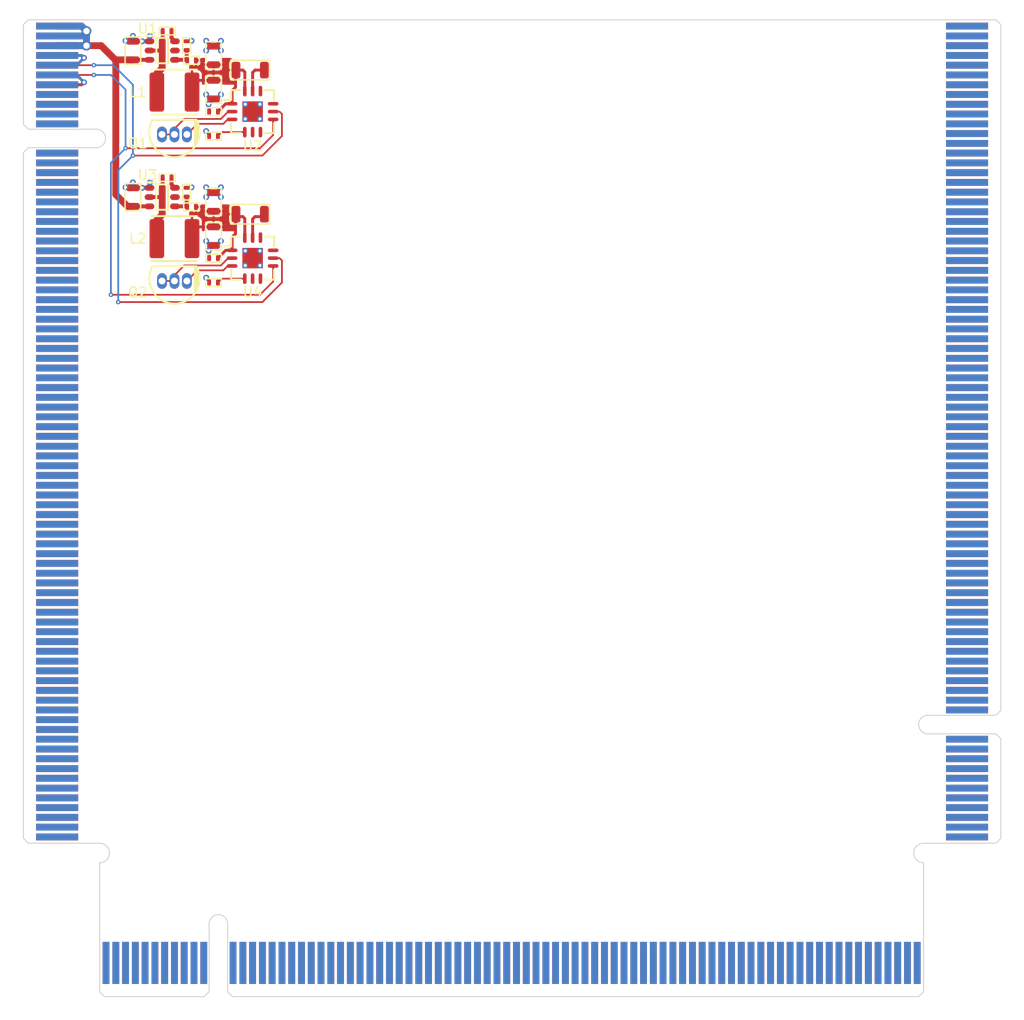
<source format=kicad_pcb>
(kicad_pcb (version 20211014) (generator pcbnew)
  (layers (0 "F.Cu" signal) (1 "In1.Cu" signal) (2 "In2.Cu" signal) (31 "B.Cu" signal) (34 "B.Paste" user) (35 "F.Paste" user) (36 "B.SilkS" user "B.Silkscreen") (37 "F.SilkS" user "F.Silkscreen") (38 "B.Mask" user) (39 "F.Mask" user) (44 "Edge.Cuts" user))
  (net 0 "")
  (net 1 "+12V")
  (net 2 "Net-(C2-Pad1)")
  (net 3 "/SW3v3")
  (net 4 "GND")
  (net 5 "/3v3")
  (net 6 "Net-(C7-Pad1)")
  (net 7 "/SW5v0")
  (net 83 "/5v0")
  (net 84 "/~{RESET}od")
  (net 85 "/SCL")
  (net 86 "/SDA")
  (net 87 "Net-(Q1-Pad1)")
  (net 491 "Net-(Q1-Pad2)")
  (net 492 "Net-(Q2-Pad1)")
  (net 493 "Net-(Q2-Pad2)")
  (net 494 "Net-(R1-Pad2)")
  (net 495 "Net-(R3-Pad1)")
  (net 496 "VCC")
  (net 497 "Net-(R5-Pad2)")
  (net 498 "Net-(R7-Pad1)")
  (net 499 "+5V")
  (footprint "footprints:U_QFN-12_4x4_P0.8_EP2.1x2.1" (layer "F.Cu") (at 37 37.75)
    (fp_text reference "U4")
    (fp_text value "EMC1702")
  )
  (footprint "footprints:R_1206" (layer "F.Cu") (at 36.75 33.25 180)
    (fp_text reference "R8")
    (fp_text value "15m")
  )
  (footprint "footprints:C_0805" (layer "F.Cu") (at 33 35.5 -90)
    (fp_text reference "C9")
    (fp_text value "22u")
  )
  (footprint "footprints:L_taiyo_yuden_nrs5040" (layer "F.Cu") (at 29 35.75 180)
    (fp_text reference "L2")
    (fp_text value "3.3u")
  )
  (footprint "footprints:R_0402" (layer "F.Cu") (at 33 25.25 180)
    (fp_text reference "R3")
    (fp_text value "LIST")
  )
  (footprint "footprints:U_TO92-3" (layer "F.Cu") (at 29 40.088223 180)
    (fp_text reference "Q2")
    (fp_text value "2N3904")
  )
  (footprint "footprints:C_0805" (layer "F.Cu") (at 33 17 90)
    (fp_text reference "C4")
    (fp_text value "22u")
  )
  (footprint "footprints:R_0402" (layer "F.Cu") (at 33 40.25 180)
    (fp_text reference "R7")
    (fp_text value "LIST")
  )
  (footprint "footprints:C_0805" (layer "F.Cu") (at 24.75 31.5 90)
    (fp_text reference "C6")
    (fp_text value "10u")
  )
  (footprint "footprints:R_0402" (layer "F.Cu") (at 30.75 17.5 180)
    (fp_text reference "R1")
    (fp_text value "33k2 1%")
  )
  (footprint "footprints:U_QFN-12_4x4_P0.8_EP2.1x2.1" (layer "F.Cu") (at 37 22.75)
    (fp_text reference "U2")
    (fp_text value "EMC1702")
  )
  (footprint "footprints:C_0402" (layer "F.Cu") (at 28.25 14.5 180)
    (fp_text reference "C2")
    (fp_text value "100n")
  )
  (footprint "footprints:CardEdge_PCIe_x16" (layer "F.Cu") (at 113.55 97.65 90)
    (fp_text reference "J3")
    (fp_text value "2M11_2M71")
    (fp_line (start 0 -0.5) (end 0.5 0) (layer "Edge.Cuts") (width 0.1))
    (fp_line (start 11.2 -0.5) (end 10.7 0) (layer "Edge.Cuts") (width 0.1))
    (fp_line (start 0.5 0) (end 10.7 0) (layer "Edge.Cuts") (width 0.1))
    (fp_line (start 13.6 0) (end 83.8 0) (layer "Edge.Cuts") (width 0.1))
    (fp_line (start 11.2 -7.45) (end 11.2 -0.5) (layer "Edge.Cuts") (width 0.1))
    (fp_line (start 84.3 -7.45) (end 84.3 -0.5) (layer "Edge.Cuts") (width 0.1))
    (fp_line (start 13.1 -7.45) (end 13.1 -0.5) (layer "Edge.Cuts") (width 0.1))
    (fp_line (start 84.3 -0.5) (end 83.8 0) (layer "Edge.Cuts") (width 0.1))
    (fp_line (start 13.1 -0.5) (end 13.6 0) (layer "Edge.Cuts") (width 0.1))
    (fp_line (start 0 -7.45) (end 0 -0.5) (layer "Edge.Cuts") (width 0.1))
    (fp_arc (start 11.2 -7.45) (mid 12.15 -8.4) (end 13.1 -7.45) (layer "Edge.Cuts") (width 0.1))
  )
  (footprint "footprints:CardEdge_PCIe_x16" (layer "F.Cu") (at 21.35 113.35)
    (fp_text reference "J2")
    (fp_text value "2M11_2M71")
    (fp_line (start 84.3 -7.45) (end 84.3 -0.5) (layer "Edge.Cuts") (width 0.1))
    (fp_line (start 13.1 -0.5) (end 13.6 0) (layer "Edge.Cuts") (width 0.1))
    (fp_line (start 0 -0.5) (end 0.5 0) (layer "Edge.Cuts") (width 0.1))
    (fp_line (start 13.6 0) (end 83.8 0) (layer "Edge.Cuts") (width 0.1))
    (fp_line (start 13.1 -7.45) (end 13.1 -0.5) (layer "Edge.Cuts") (width 0.1))
    (fp_line (start 0 -7.45) (end 0 -0.5) (layer "Edge.Cuts") (width 0.1))
    (fp_line (start 11.2 -0.5) (end 10.7 0) (layer "Edge.Cuts") (width 0.1))
    (fp_line (start 84.3 -0.5) (end 83.8 0) (layer "Edge.Cuts") (width 0.1))
    (fp_line (start 0.5 0) (end 10.7 0) (layer "Edge.Cuts") (width 0.1))
    (fp_line (start 11.2 -7.45) (end 11.2 -0.5) (layer "Edge.Cuts") (width 0.1))
    (fp_arc (start 11.2 -7.45) (mid 12.15 -8.4) (end 13.1 -7.45) (layer "Edge.Cuts") (width 0.1))
  )
  (footprint "footprints:CardEdge_PCIe_x16" (layer "F.Cu") (at 13.55 13.35 -90)
    (fp_text reference "J1")
    (fp_text value "2M11_2M71")
    (fp_line (start 13.1 -0.5) (end 13.6 0) (layer "Edge.Cuts") (width 0.1))
    (fp_line (start 11.2 -0.5) (end 10.7 0) (layer "Edge.Cuts") (width 0.1))
    (fp_line (start 84.3 -7.45) (end 84.3 -0.5) (layer "Edge.Cuts") (width 0.1))
    (fp_line (start 0 -7.45) (end 0 -0.5) (layer "Edge.Cuts") (width 0.1))
    (fp_line (start 0 -0.5) (end 0.5 0) (layer "Edge.Cuts") (width 0.1))
    (fp_line (start 13.1 -7.45) (end 13.1 -0.5) (layer "Edge.Cuts") (width 0.1))
    (fp_line (start 13.6 0) (end 83.8 0) (layer "Edge.Cuts") (width 0.1))
    (fp_line (start 11.2 -7.45) (end 11.2 -0.5) (layer "Edge.Cuts") (width 0.1))
    (fp_line (start 0.5 0) (end 10.7 0) (layer "Edge.Cuts") (width 0.1))
    (fp_line (start 84.3 -0.5) (end 83.8 0) (layer "Edge.Cuts") (width 0.1))
    (fp_arc (start 11.2 -7.45) (mid 12.15 -8.4) (end 13.1 -7.45) (layer "Edge.Cuts") (width 0.1))
  )
  (footprint "footprints:C_0805" (layer "F.Cu") (at 33 20.5 -90)
    (fp_text reference "C3")
    (fp_text value "22u")
  )
  (footprint "footprints:U_SOT23-6" (layer "F.Cu") (at 27.75 31.5)
    (fp_text reference "U3")
    (fp_text value "AP62300TWU-7")
  )
  (footprint "footprints:R_0402" (layer "F.Cu") (at 30.25 16 90)
    (fp_text reference "R2")
    (fp_text value "10k 1%")
  )
  (footprint "footprints:L_taiyo_yuden_nrs5040" (layer "F.Cu") (at 29 20.75 180)
    (fp_text reference "L1")
    (fp_text value "3.3u")
  )
  (footprint "footprints:C_0402" (layer "F.Cu") (at 33 22.75 180)
    (fp_text reference "C5")
    (fp_text value "100n")
  )
  (footprint "footprints:U_SOT23-6" (layer "F.Cu") (at 27.75 16.5)
    (fp_text reference "U1")
    (fp_text value "AP62300TWU-7")
  )
  (footprint "footprints:R_0402" (layer "F.Cu") (at 30.75 32.5 180)
    (fp_text reference "R5")
    (fp_text value "56k2 1%")
  )
  (footprint "footprints:C_0402" (layer "F.Cu") (at 33 37.75 180)
    (fp_text reference "C10")
    (fp_text value "100n")
  )
  (footprint "footprints:C_0402" (layer "F.Cu") (at 28.25 29.5 180)
    (fp_text reference "C7")
    (fp_text value "100n")
  )
  (footprint "footprints:R_0402" (layer "F.Cu") (at 30.25 31 90)
    (fp_text reference "R6")
    (fp_text value "10k 1%")
  )
  (footprint "footprints:C_0805" (layer "F.Cu") (at 24.75 16.5 90)
    (fp_text reference "C1")
    (fp_text value "10u")
  )
  (footprint "footprints:U_TO92-3" (layer "F.Cu") (at 29 25.088223 180)
    (fp_text reference "Q1")
    (fp_text value "2N3904")
  )
  (footprint "footprints:C_0805" (layer "F.Cu") (at 33 32 90)
    (fp_text reference "C8")
    (fp_text value "22u")
  )
  (footprint "footprints:R_1206" (layer "F.Cu") (at 36.75 18.5 180)
    (fp_text reference "R4")
    (fp_text value "15m")
  )
  (gr_line (start 21 97.65) (end 21.35 97.65) (layer "Edge.Cuts") (width 0.1))
  (gr_line (start 106.1 13.35) (end 21 13.35) (layer "Edge.Cuts") (width 0.1))
  (gr_line (start 105.65 105.9) (end 105.65 99.65) (layer "Edge.Cuts") (width 0.1))
  (gr_line (start 21.35 105.9) (end 21.35 99.65) (layer "Edge.Cuts") (width 0.1))
  (gr_line (start 105.65 97.65) (end 106.1 97.65) (layer "Edge.Cuts") (width 0.1))
  (gr_arc (start 105.65 99.65) (mid 104.65 98.65) (end 105.65 97.65) (layer "Edge.Cuts") (width 0.1))
  (gr_arc (start 21.35 97.65) (mid 22.35 98.65) (end 21.35 99.65) (layer "Edge.Cuts") (width 0.1))
  (segment (start 20 15) (end 20 16) (width 0.7) (layer "F.Cu") (net 1))
  (segment (start 23 31.25) (end 24.2 32.45) (width 0.7) (layer "F.Cu") (net 1))
  (segment (start 19.5 14) (end 17 14) (width 0.7) (layer "F.Cu") (net 1))
  (segment (start 17 15) (end 20 15) (width 0.7) (layer "F.Cu") (net 1))
  (segment (start 20 16) (end 21.5 16) (width 0.7) (layer "F.Cu") (net 1))
  (segment (start 26.45 32.45) (end 24.75 32.45) (width 0.4) (layer "F.Cu") (net 1))
  (segment (start 26.45 17.45) (end 24.75 17.45) (width 0.4) (layer "F.Cu") (net 1))
  (segment (start 20 14.5) (end 19.5 14) (width 0.7) (layer "F.Cu") (net 1))
  (segment (start 21.5 16) (end 22.95 17.45) (width 0.7) (layer "F.Cu") (net 1))
  (segment (start 21.5 16) (end 23 17.5) (width 0.7) (layer "F.Cu") (net 1))
  (segment (start 22.95 17.45) (end 24.75 17.45) (width 0.7) (layer "F.Cu") (net 1))
  (segment (start 23 17.5) (end 23 31.25) (width 0.7) (layer "F.Cu") (net 1))
  (segment (start 24.2 32.45) (end 24.75 32.45) (width 0.7) (layer "F.Cu") (net 1))
  (segment (start 20 16) (end 17 16) (width 0.7) (layer "F.Cu") (net 1))
  (segment (start 20 16) (end 20 14.5) (width 0.7) (layer "F.Cu") (net 1))
  (via (at 20 16) (size 1) (drill 0.65) (layers "F.Cu" "B.Cu") (net 1))
  (via (at 20 14.5) (size 1) (drill 0.65) (layers "F.Cu" "B.Cu") (net 1))
  (segment (start 19.5 14) (end 17 14) (width 0.7) (layer "B.Cu") (net 1))
  (segment (start 20 14.5) (end 19.5 14) (width 0.7) (layer "B.Cu") (net 1))
  (segment (start 20 16) (end 20 15) (width 0.7) (layer "B.Cu") (net 1))
  (segment (start 20 16) (end 20 14.5) (width 0.7) (layer "B.Cu") (net 1))
  (segment (start 20 15) (end 17 15) (width 0.7) (layer "B.Cu") (net 1))
  (segment (start 20 16) (end 17 16) (width 0.7) (layer "B.Cu") (net 1))
  (segment (start 28.7 15.2) (end 29.05 15.55) (width 0.4) (layer "F.Cu") (net 2))
  (segment (start 28.7 14.5) (end 28.7 15.2) (width 0.4) (layer "F.Cu") (net 2))
  (segment (start 27.8 15.45) (end 27.75 15.5) (width 0.4) (layer "F.Cu") (net 3))
  (segment (start 26.45 16.5) (end 27.75 16.5) (width 0.4) (layer "F.Cu") (net 3))
  (segment (start 27.75 15.5) (end 27.75 16.5) (width 0.7) (layer "F.Cu") (net 3))
  (segment (start 27.75 16.5) (end 27.75 18.3) (width 0.7) (layer "F.Cu") (net 3))
  (segment (start 27.2 18.85) (end 27.2 20.75) (width 0.7) (layer "F.Cu") (net 3))
  (segment (start 27.75 18.3) (end 27.2 18.85) (width 0.7) (layer "F.Cu") (net 3))
  (segment (start 27.8 14.5) (end 27.8 15.45) (width 0.4) (layer "F.Cu") (net 3))
  (segment (start 32.55 37.05) (end 32.5 37) (width 0.3) (layer "F.Cu") (net 4))
  (segment (start 33.3 31.05) (end 33.75 31.5) (width 0.3) (layer "F.Cu") (net 4))
  (segment (start 25.7 15.55) (end 24.75 15.55) (width 0.4) (layer "F.Cu") (net 4))
  (segment (start 37 37.75) (end 37.75 37) (width 0.3) (layer "F.Cu") (net 4))
  (segment (start 33 21.45) (end 33 21.5) (width 0.3) (layer "F.Cu") (net 4))
  (segment (start 33 36.45) (end 33 36.5) (width 0.3) (layer "F.Cu") (net 4))
  (segment (start 33 16.05) (end 32.8 16.05) (width 0.3) (layer "F.Cu") (net 4))
  (segment (start 33 16.05) (end 32.7 16.05) (width 0.3) (layer "F.Cu") (net 4))
  (segment (start 32.7 36.45) (end 32.25 36) (width 0.3) (layer "F.Cu") (net 4))
  (segment (start 30.7 15.55) (end 30.75 15.5) (width 0.3) (layer "F.Cu") (net 4))
  (segment (start 32.55 22.05) (end 32.5 22) (width 0.3) (layer "F.Cu") (net 4))
  (segment (start 26.45 15.55) (end 26.45 15.05) (width 0.4) (layer "F.Cu") (net 4))
  (segment (start 37 37.75) (end 36.25 38.5) (width 0.3) (layer "F.Cu") (net 4))
  (segment (start 33 36.45) (end 32.7 36.45) (width 0.3) (layer "F.Cu") (net 4))
  (segment (start 32.8 31.05) (end 32.25 30.5) (width 0.3) (layer "F.Cu") (net 4))
  (segment (start 32.7 21.45) (end 32.25 21) (width 0.3) (layer "F.Cu") (net 4))
  (segment (start 32.7 16.05) (end 32.25 16.5) (width 0.3) (layer "F.Cu") (net 4))
  (segment (start 26.45 30.55) (end 26.45 30.05) (width 0.4) (layer "F.Cu") (net 4))
  (segment (start 24.75 15.55) (end 24.05 15.55) (width 0.4) (layer "F.Cu") (net 4))
  (segment (start 26.45 15.55) (end 25.7 15.55) (width 0.4) (layer "F.Cu") (net 4))
  (segment (start 33 21.45) (end 32.7 21.45) (width 0.3) (layer "F.Cu") (net 4))
  (segment (start 37 22.75) (end 36.25 22) (width 0.3) (layer "F.Cu") (net 4))
  (segment (start 30.25 30.55) (end 30.7 30.55) (width 0.3) (layer "F.Cu") (net 4))
  (segment (start 30.25 15.55) (end 30.7 15.55) (width 0.3) (layer "F.Cu") (net 4))
  (segment (start 32.8 16.05) (end 32.25 15.5) (width 0.3) (layer "F.Cu") (net 4))
  (segment (start 26.45 30.05) (end 26.5 30) (width 0.4) (layer "F.Cu") (net 4))
  (segment (start 32.55 25.05) (end 32.25 24.75) (width 0.3) (layer "F.Cu") (net 4))
  (segment (start 32.55 22.75) (end 32.55 22.05) (width 0.3) (layer "F.Cu") (net 4))
  (segment (start 33 31.05) (end 32.8 31.05) (width 0.3) (layer "F.Cu") (net 4))
  (segment (start 33 36.5) (end 32.5 37) (width 0.3) (layer "F.Cu") (net 4))
  (segment (start 33 31.05) (end 32.7 31.05) (width 0.3) (layer "F.Cu") (net 4))
  (segment (start 33 21.5) (end 32.5 22) (width 0.3) (layer "F.Cu") (net 4))
  (segment (start 32.7 31.05) (end 32.25 31.5) (width 0.3) (layer "F.Cu") (net 4))
  (segment (start 24.75 30.55) (end 24.05 30.55) (width 0.4) (layer "F.Cu") (net 4))
  (segment (start 33 36.45) (end 33.3 36.45) (width 0.3) (layer "F.Cu") (net 4))
  (segment (start 33.2 31.05) (end 33.75 30.5) (width 0.3) (layer "F.Cu") (net 4))
  (segment (start 33.3 36.45) (end 33.75 36) (width 0.3) (layer "F.Cu") (net 4))
  (segment (start 32.55 40.05) (end 32.25 39.75) (width 0.3) (layer "F.Cu") (net 4))
  (segment (start 37 37.75) (end 37.75 38.5) (width 0.3) (layer "F.Cu") (net 4))
  (segment (start 17 17) (end 19.5 17) (width 0.3) (layer "F.Cu") (net 4))
  (segment (start 33 21.45) (end 33.3 21.45) (width 0.3) (layer "F.Cu") (net 4))
  (segment (start 32.55 25.25) (end 32.55 25.05) (width 0.3) (layer "F.Cu") (net 4))
  (segment (start 33 31.05) (end 33.2 31.05) (width 0.3) (layer "F.Cu") (net 4))
  (segment (start 33.3 16.05) (end 33.75 16.5) (width 0.3) (layer "F.Cu") (net 4))
  (segment (start 33 16.05) (end 33.2 16.05) (width 0.3) (layer "F.Cu") (net 4))
  (segment (start 26.45 30.55) (end 25.7 30.55) (width 0.4) (layer "F.Cu") (net 4))
  (segment (start 30.7 30.55) (end 30.75 30.5) (width 0.3) (layer "F.Cu") (net 4))
  (segment (start 33.3 21.45) (end 33.75 21) (width 0.3) (layer "F.Cu") (net 4))
  (segment (start 24.75 15.55) (end 24.75 15) (width 0.4) (layer "F.Cu") (net 4))
  (segment (start 19.75 19.75) (end 19.5 20) (width 0.3) (layer "F.Cu") (net 4))
  (segment (start 32.55 37.75) (end 32.55 37.05) (width 0.3) (layer "F.Cu") (net 4))
  (segment (start 37 22.75) (end 37.75 22) (width 0.3) (layer "F.Cu") (net 4))
  (segment (start 37 22.75) (end 36.25 23.5) (width 0.3) (layer "F.Cu") (net 4))
  (segment (start 24.05 15.55) (end 24 15.5) (width 0.4) (layer "F.Cu") (net 4))
  (segment (start 33.2 16.05) (end 33.75 15.5) (width 0.3) (layer "F.Cu") (net 4))
  (segment (start 32.55 40.25) (end 32.55 40.05) (width 0.3) (layer "F.Cu") (net 4))
  (segment (start 19.5 17) (end 19.75 17.25) (width 0.3) (layer "F.Cu") (net 4))
  (segment (start 24.75 30.55) (end 24.75 30) (width 0.4) (layer "F.Cu") (net 4))
  (segment (start 25.7 30.55) (end 24.75 30.55) (width 0.4) (layer "F.Cu") (net 4))
  (segment (start 37 37.75) (end 36.25 37) (width 0.3) (layer "F.Cu") (net 4))
  (segment (start 19.5 20) (end 17 20) (width 0.3) (layer "F.Cu") (net 4))
  (segment (start 24.05 30.55) (end 24 30.5) (width 0.4) (layer "F.Cu") (net 4))
  (segment (start 33 31.05) (end 33.3 31.05) (width 0.3) (layer "F.Cu") (net 4))
  (segment (start 26.45 15.05) (end 26.5 15) (width 0.4) (layer "F.Cu") (net 4))
  (segment (start 37 22.75) (end 37.75 23.5) (width 0.3) (layer "F.Cu") (net 4))
  (segment (start 33 16.05) (end 33.3 16.05) (width 0.3) (layer "F.Cu") (net 4))
  (via (at 32.25 16.5) (size 0.6) (drill 0.3) (layers "F.Cu" "B.Cu") (net 4))
  (via (at 32.25 31.5) (size 0.6) (drill 0.3) (layers "F.Cu" "B.Cu") (net 4))
  (via (at 33.75 30.5) (size 0.6) (drill 0.3) (layers "F.Cu" "B.Cu") (net 4))
  (via (at 37.75 37) (size 0.6) (drill 0.3) (layers "F.Cu" "B.Cu") (net 4))
  (via (at 36.25 23.5) (size 0.6) (drill 0.3) (layers "F.Cu" "B.Cu") (net 4))
  (via (at 36.25 22) (size 0.6) (drill 0.3) (layers "F.Cu" "B.Cu") (net 4))
  (via (at 25.7 30.55) (size 0.6) (drill 0.3) (layers "F.Cu" "B.Cu") (net 4))
  (via (at 36.25 38.5) (size 0.6) (drill 0.3) (layers "F.Cu" "B.Cu") (net 4))
  (via (at 32.5 22) (size 0.6) (drill 0.3) (layers "F.Cu" "B.Cu") (net 4))
  (via (at 37.75 23.5) (size 0.6) (drill 0.3) (layers "F.Cu" "B.Cu") (net 4))
  (via (at 33.75 15.5) (size 0.6) (drill 0.3) (layers "F.Cu" "B.Cu") (net 4))
  (via (at 33.75 31.5) (size 0.6) (drill 0.3) (layers "F.Cu" "B.Cu") (net 4))
  (via (at 24.75 15) (size 0.6) (drill 0.3) (layers "F.Cu" "B.Cu") (net 4))
  (via (at 26.5 30) (size 0.6) (drill 0.3) (layers "F.Cu" "B.Cu") (net 4))
  (via (at 25.7 15.55) (size 0.6) (drill 0.3) (layers "F.Cu" "B.Cu") (net 4))
  (via (at 32.25 30.5) (size 0.6) (drill 0.3) (layers "F.Cu" "B.Cu") (net 4))
  (via (at 24 15.5) (size 0.6) (drill 0.3) (layers "F.Cu" "B.Cu") (net 4))
  (via (at 33.75 16.5) (size 0.6) (drill 0.3) (layers "F.Cu" "B.Cu") (net 4))
  (via (at 37.75 38.5) (size 0.6) (drill 0.3) (layers "F.Cu" "B.Cu") (net 4))
  (via (at 32.25 24.75) (size 0.6) (drill 0.3) (layers "F.Cu" "B.Cu") (net 4))
  (via (at 36.25 37) (size 0.6) (drill 0.3) (layers "F.Cu" "B.Cu") (net 4))
  (via (at 26.5 15) (size 0.6) (drill 0.3) (layers "F.Cu" "B.Cu") (net 4))
  (via (at 32.25 36) (size 0.6) (drill 0.3) (layers "F.Cu" "B.Cu") (net 4))
  (via (at 32.25 21) (size 0.6) (drill 0.3) (layers "F.Cu" "B.Cu") (net 4))
  (via (at 32.25 15.5) (size 0.6) (drill 0.3) (layers "F.Cu" "B.Cu") (net 4))
  (via (at 33.75 36) (size 0.6) (drill 0.3) (layers "F.Cu" "B.Cu") (net 4))
  (via (at 24.75 30) (size 0.6) (drill 0.3) (layers "F.Cu" "B.Cu") (net 4))
  (via (at 19.75 19.75) (size 0.6) (drill 0.3) (layers "F.Cu" "B.Cu") (net 4))
  (via (at 33.75 21) (size 0.6) (drill 0.3) (layers "F.Cu" "B.Cu") (net 4))
  (via (at 32.25 39.75) (size 0.6) (drill 0.3) (layers "F.Cu" "B.Cu") (net 4))
  (via (at 19.75 17.25) (size 0.6) (drill 0.3) (layers "F.Cu" "B.Cu") (net 4))
  (via (at 30.75 15.5) (size 0.6) (drill 0.3) (layers "F.Cu" "B.Cu") (net 4))
  (via (at 32.5 37) (size 0.6) (drill 0.3) (layers "F.Cu" "B.Cu") (net 4))
  (via (at 30.75 30.5) (size 0.6) (drill 0.3) (layers "F.Cu" "B.Cu") (net 4))
  (via (at 24 30.5) (size 0.6) (drill 0.3) (layers "F.Cu" "B.Cu") (net 4))
  (via (at 37.75 22) (size 0.6) (drill 0.3) (layers "F.Cu" "B.Cu") (net 4))
  (segment (start 19 19) (end 17 19) (width 0.3) (layer "B.Cu") (net 4))
  (segment (start 19.5 17) (end 17 17) (width 0.3) (layer "B.Cu") (net 4))
  (segment (start 17 18) (end 19 18) (width 0.3) (layer "B.Cu") (net 4))
  (segment (start 19.75 17.25) (end 19.5 17) (width 0.3) (layer "B.Cu") (net 4))
  (segment (start 19 18) (end 19.75 17.25) (width 0.3) (layer "B.Cu") (net 4))
  (segment (start 19.75 19.75) (end 19 19) (width 0.3) (layer "B.Cu") (net 4))
  (segment (start 34.9 20.6) (end 35.25 20.25) (width 0.3) (layer "F.Cu") (net 5))
  (segment (start 36.2 20.65) (end 36.2 18.7) (width 0.3) (layer "F.Cu") (net 5))
  (segment (start 35.25 20.25) (end 35.25 18.55) (width 0.3) (layer "F.Cu") (net 5))
  (segment (start 36 18.5) (end 35.3 18.5) (width 0.3) (layer "F.Cu") (net 5))
  (segment (start 34.9 21.95) (end 34.9 20.6) (width 0.3) (layer "F.Cu") (net 5))
  (segment (start 35.25 18.55) (end 35.3 18.5) (width 0.3) (layer "F.Cu") (net 5))
  (segment (start 33 19.55) (end 31.2 19.55) (width 0.3) (layer "F.Cu") (net 5))
  (segment (start 34.9 21.95) (end 34.25 21.95) (width 0.3) (layer "F.Cu") (net 5))
  (segment (start 36.2 18.7) (end 36 18.5) (width 0.3) (layer "F.Cu") (net 5))
  (segment (start 34.25 21.95) (end 33.45 22.75) (width 0.3) (layer "F.Cu") (net 5))
  (segment (start 31.2 19.55) (end 31 19.75) (width 0.3) (layer "F.Cu") (net 5))
  (segment (start 28.7 30.2) (end 29.05 30.55) (width 0.4) (layer "F.Cu") (net 6))
  (segment (start 28.7 29.5) (end 28.7 30.2) (width 0.4) (layer "F.Cu") (net 6))
  (segment (start 27.8 30.45) (end 27.75 30.5) (width 0.4) (layer "F.Cu") (net 7))
  (segment (start 27.75 31.5) (end 27.75 33.3) (width 0.7) (layer "F.Cu") (net 7))
  (segment (start 27.8 29.5) (end 27.8 30.45) (width 0.4) (layer "F.Cu") (net 7))
  (segment (start 27.75 30.5) (end 27.75 31.5) (width 0.7) (layer "F.Cu") (net 7))
  (segment (start 27.2 33.85) (end 27.2 35.75) (width 0.7) (layer "F.Cu") (net 7))
  (segment (start 27.75 33.3) (end 27.2 33.85) (width 0.7) (layer "F.Cu") (net 7))
  (segment (start 26.45 31.5) (end 27.75 31.5) (width 0.4) (layer "F.Cu") (net 7))
  (segment (start 35.25 33.55) (end 35.3 33.5) (width 0.3) (layer "F.Cu") (net 83))
  (segment (start 36.2 35.65) (end 36.2 33.7) (width 0.3) (layer "F.Cu") (net 83))
  (segment (start 36 33.5) (end 35.3 33.5) (width 0.3) (layer "F.Cu") (net 83))
  (segment (start 35.25 35.25) (end 35.25 33.55) (width 0.3) (layer "F.Cu") (net 83))
  (segment (start 36.2 33.7) (end 36 33.5) (width 0.3) (layer "F.Cu") (net 83))
  (segment (start 33 34.55) (end 31.2 34.55) (width 0.3) (layer "F.Cu") (net 83))
  (segment (start 34.9 36.95) (end 34.25 36.95) (width 0.3) (layer "F.Cu") (net 83))
  (segment (start 34.25 36.95) (end 33.45 37.75) (width 0.3) (layer "F.Cu") (net 83))
  (segment (start 31.2 34.55) (end 31 34.75) (width 0.3) (layer "F.Cu") (net 83))
  (segment (start 34.9 36.95) (end 34.9 35.6) (width 0.3) (layer "F.Cu") (net 83))
  (segment (start 34.9 35.6) (end 35.25 35.25) (width 0.3) (layer "F.Cu") (net 83))
  (segment (start 23.25 42.25) (end 38 42.25) (width 0.1778) (layer "F.Cu") (net 85))
  (segment (start 17 18) (end 20.75 18) (width 0.1778) (layer "F.Cu") (net 85))
  (segment (start 40 23) (end 39.75 22.75) (width 0.1778) (layer "F.Cu") (net 85))
  (segment (start 38 42.25) (end 40 40.25) (width 0.1778) (layer "F.Cu") (net 85))
  (segment (start 39.75 37.75) (end 39.1 37.75) (width 0.1778) (layer "F.Cu") (net 85))
  (segment (start 24.75 27.25) (end 38 27.25) (width 0.1778) (layer "F.Cu") (net 85))
  (segment (start 40 25.25) (end 40 23) (width 0.1778) (layer "F.Cu") (net 85))
  (segment (start 40 38) (end 39.75 37.75) (width 0.1778) (layer "F.Cu") (net 85))
  (segment (start 38 27.25) (end 40 25.25) (width 0.1778) (layer "F.Cu") (net 85))
  (segment (start 40 40.25) (end 40 38) (width 0.1778) (layer "F.Cu") (net 85))
  (segment (start 39.75 22.75) (end 39.1 22.75) (width 0.1778) (layer "F.Cu") (net 85))
  (via (at 20.75 18) (size 0.45) (drill 0.2) (layers "F.Cu" "B.Cu") (net 85))
  (via (at 23.25 42.25) (size 0.45) (drill 0.2) (layers "F.Cu" "B.Cu") (net 85))
  (via (at 24.75 27.25) (size 0.45) (drill 0.2) (layers "F.Cu" "B.Cu") (net 85))
  (segment (start 22.75 18) (end 20.75 18) (width 0.1778) (layer "B.Cu") (net 85))
  (segment (start 24.75 20) (end 22.75 18) (width 0.1778) (layer "B.Cu") (net 85))
  (segment (start 24.75 27.25) (end 24.75 20) (width 0.1778) (layer "B.Cu") (net 85))
  (segment (start 23.25 28.75) (end 24.75 27.25) (width 0.1778) (layer "B.Cu") (net 85))
  (segment (start 23.25 42.25) (end 23.25 28.75) (width 0.1778) (layer "B.Cu") (net 85))
  (segment (start 37.75 41.5) (end 24 41.5) (width 0.1778) (layer "F.Cu") (net 86))
  (segment (start 24 26.5) (end 37.75 26.5) (width 0.1778) (layer "F.Cu") (net 86))
  (segment (start 39.1 25.15) (end 39.1 23.55) (width 0.1778) (layer "F.Cu") (net 86))
  (segment (start 24 41.5) (end 22.5 41.5) (width 0.1778) (layer "F.Cu") (net 86))
  (segment (start 37.75 26.5) (end 39.1 25.15) (width 0.1778) (layer "F.Cu") (net 86))
  (segment (start 39.1 38.55) (end 39.1 40.15) (width 0.1778) (layer "F.Cu") (net 86))
  (segment (start 39.1 40.15) (end 37.75 41.5) (width 0.1778) (layer "F.Cu") (net 86))
  (segment (start 20.75 19) (end 17 19) (width 0.1778) (layer "F.Cu") (net 86))
  (via (at 24 26.5) (size 0.45) (drill 0.2) (layers "F.Cu" "B.Cu") (net 86))
  (via (at 20.75 19) (size 0.45) (drill 0.2) (layers "F.Cu" "B.Cu") (net 86))
  (via (at 22.5 41.5) (size 0.45) (drill 0.2) (layers "F.Cu" "B.Cu") (net 86))
  (segment (start 22.5 19) (end 20.75 19) (width 0.1778) (layer "B.Cu") (net 86))
  (segment (start 22.5 28) (end 22.5 41.5) (width 0.1778) (layer "B.Cu") (net 86))
  (segment (start 24 26.5) (end 22.5 28) (width 0.1778) (layer "B.Cu") (net 86))
  (segment (start 24 26.5) (end 24 20.5) (width 0.1778) (layer "B.Cu") (net 86))
  (segment (start 24 20.5) (end 22.5 19) (width 0.1778) (layer "B.Cu") (net 86))
  (segment (start 34.45 23.55) (end 34 24) (width 0.1778) (layer "F.Cu") (net 87))
  (segment (start 34 24) (end 31.358223 24) (width 0.1778) (layer "F.Cu") (net 87))
  (segment (start 31.358223 24) (end 30.27 25.088223) (width 0.1778) (layer "F.Cu") (net 87))
  (segment (start 34.9 23.55) (end 34.45 23.55) (width 0.1778) (layer "F.Cu") (net 87))
  (segment (start 29 24.5) (end 29 25.088223) (width 0.1778) (layer "F.Cu") (net 491))
  (segment (start 27.73 25.088223) (end 29 25.088223) (width 0.1778) (layer "F.Cu") (net 491))
  (segment (start 33.75 23.5) (end 30 23.5) (width 0.1778) (layer "F.Cu") (net 491))
  (segment (start 34.5 22.75) (end 33.75 23.5) (width 0.1778) (layer "F.Cu") (net 491))
  (segment (start 30 23.5) (end 29 24.5) (width 0.1778) (layer "F.Cu") (net 491))
  (segment (start 34.9 22.75) (end 34.5 22.75) (width 0.1778) (layer "F.Cu") (net 491))
  (segment (start 31.358223 39) (end 30.27 40.088223) (width 0.1778) (layer "F.Cu") (net 492))
  (segment (start 34.45 38.55) (end 34 39) (width 0.1778) (layer "F.Cu") (net 492))
  (segment (start 34 39) (end 31.358223 39) (width 0.1778) (layer "F.Cu") (net 492))
  (segment (start 34.9 38.55) (end 34.45 38.55) (width 0.1778) (layer "F.Cu") (net 492))
  (segment (start 30 38.5) (end 29 39.5) (width 0.1778) (layer "F.Cu") (net 493))
  (segment (start 27.73 40.088223) (end 29 40.088223) (width 0.1778) (layer "F.Cu") (net 493))
  (segment (start 33.75 38.5) (end 30 38.5) (width 0.1778) (layer "F.Cu") (net 493))
  (segment (start 34.5 37.75) (end 33.75 38.5) (width 0.1778) (layer "F.Cu") (net 493))
  (segment (start 34.9 37.75) (end 34.5 37.75) (width 0.1778) (layer "F.Cu") (net 493))
  (segment (start 29 39.5) (end 29 40.088223) (width 0.1778) (layer "F.Cu") (net 493))
  (segment (start 30.25 17.45) (end 30.3 17.5) (width 0.4) (layer "F.Cu") (net 494))
  (segment (start 29.05 17.45) (end 30.25 17.45) (width 0.4) (layer "F.Cu") (net 494))
  (segment (start 30.25 16.45) (end 30.25 17.45) (width 0.4) (layer "F.Cu") (net 494))
  (segment (start 33.85 24.85) (end 33.45 25.25) (width 0.1778) (layer "F.Cu") (net 495))
  (segment (start 36.2 24.85) (end 33.85 24.85) (width 0.1778) (layer "F.Cu") (net 495))
  (segment (start 37.25 18.5) (end 38.2 18.5) (width 0.3) (layer "F.Cu") (net 496))
  (segment (start 37 20.65) (end 37 18.75) (width 0.3) (layer "F.Cu") (net 496))
  (segment (start 37 18.75) (end 37.25 18.5) (width 0.3) (layer "F.Cu") (net 496))
  (segment (start 30.25 31.45) (end 30.25 32.45) (width 0.4) (layer "F.Cu") (net 497))
  (segment (start 30.25 32.45) (end 30.3 32.5) (width 0.4) (layer "F.Cu") (net 497))
  (segment (start 29.05 32.45) (end 30.25 32.45) (width 0.4) (layer "F.Cu") (net 497))
  (segment (start 36.2 39.85) (end 33.85 39.85) (width 0.1778) (layer "F.Cu") (net 498))
  (segment (start 33.85 39.85) (end 33.45 40.25) (width 0.1778) (layer "F.Cu") (net 498))
  (segment (start 37 35.65) (end 37 33.75) (width 0.3) (layer "F.Cu") (net 499))
  (segment (start 37 33.75) (end 37.25 33.5) (width 0.3) (layer "F.Cu") (net 499))
  (segment (start 37.25 33.5) (end 38.2 33.5) (width 0.3) (layer "F.Cu") (net 499))
  (zone (net 5) (net_name "/3v3") (layer "F.Cu") (priority 1) (connect_pads (clearance 0.254)) (min_thickness 0.254) (fill yes (thermal_gap 0.254) (thermal_bridge_width 0.254))
    (polygon (pts (xy 35.25 20) (xy 30.5 20) (xy 30.5 17.25) (xy 35.25 17.25)))
  )
  (zone (net 83) (net_name "/5v0") (layer "F.Cu") (priority 1) (connect_pads (clearance 0.254)) (min_thickness 0.254) (fill yes (thermal_gap 0.254) (thermal_bridge_width 0.254))
    (polygon (pts (xy 35.25 35) (xy 30.5 35) (xy 30.5 32.25) (xy 35.25 32.25)))
  )
)
</source>
